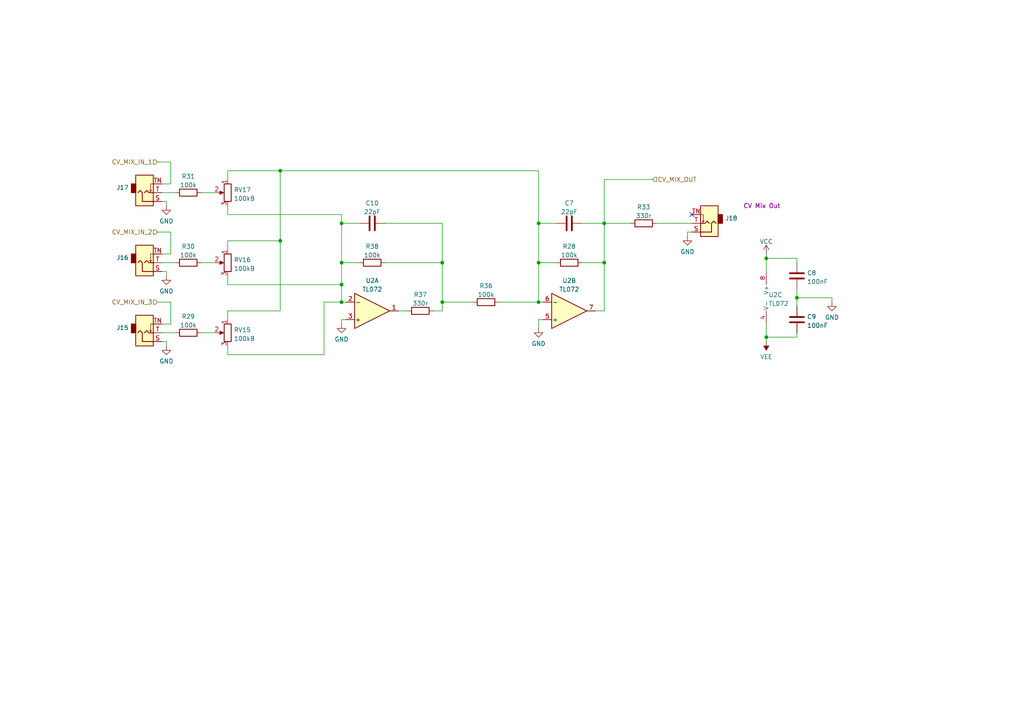
<source format=kicad_sch>
(kicad_sch (version 20211123) (generator eeschema)
  (paper "A4")
  (title_block (title "Ouroboros") (date "2023-05-13") (rev "r02") (comment 2 "creativecommons.org/licenses/by/4.0/") (comment 3 "License: CC BY 4.0") (comment 4 "Author: Guy John"))
  (lib_symbols
    (symbol "Amplifier_Operational:TL072" (pin_names (offset 0.127))
      (property "Reference" "U" (at 0 5.08 0))
      (property "Value" "TL072" (at 0 -5.08 0))
      (symbol "TL072_1_1"
        (polyline (pts (xy -5.08 5.08) (xy 5.08 0) (xy -5.08 -5.08) (xy -5.08 5.08)) (stroke (width 0.254)) (fill (type background)))
        (pin output line (at 7.62 0 180) (length 2.54) (name "~") (number "1"))
        (pin input line (at -7.62 -2.54 0) (length 2.54) (name "-") (number "2"))
        (pin input line (at -7.62 2.54 0) (length 2.54) (name "+") (number "3"))
      )
      (symbol "TL072_2_1"
        (polyline (pts (xy -5.08 5.08) (xy 5.08 0) (xy -5.08 -5.08) (xy -5.08 5.08)) (stroke (width 0.254)) (fill (type background)))
        (pin input line (at -7.62 2.54 0) (length 2.54) (name "+") (number "5"))
        (pin input line (at -7.62 -2.54 0) (length 2.54) (name "-") (number "6"))
        (pin output line (at 7.62 0 180) (length 2.54) (name "~") (number "7"))
      )
      (symbol "TL072_3_1"
        (pin power_in line (at -2.54 -7.62 90) (length 3.81) (name "V-") (number "4"))
        (pin power_in line (at -2.54 7.62 270) (length 3.81) (name "V+") (number "8"))
      )
    )
    (symbol "Device:R_Potentiometer" (pin_names (offset 1.016) hide)
      (property "Reference" "RV" (at -4.445 0 90))
      (property "Value" "R_Potentiometer" (at -2.54 0 90))
      (symbol "R_Potentiometer_0_1"
        (polyline (pts (xy 2.54 0) (xy 1.524 0)))
        (polyline (pts (xy 1.143 0) (xy 2.286 0.508) (xy 2.286 -0.508) (xy 1.143 0)) (fill (type outline)))
        (rectangle (start 1.016 2.54) (end -1.016 -2.54) (stroke (width 0.254)))
      )
      (symbol "R_Potentiometer_1_1"
        (pin passive line (at 0 3.81 270) (length 1.27) (name "1") (number "1"))
        (pin passive line (at 3.81 0 180) (length 1.27) (name "2") (number "2"))
        (pin passive line (at 0 -3.81 90) (length 1.27) (name "3") (number "3"))
      )
    )
    (symbol "Eurorack_Hardware:Eurorack Mono Jack" (pin_names hide)
      (property "Reference" "J" (at 3.302 -4.064 0))
      (property "Value" "Eurorack Mono Jack" (at 0 5.08 0))
      (symbol "Eurorack Mono Jack_0_1"
        (rectangle (start -2.54 -5.08) (end 2.54 3.81) (stroke (width 0.254)) (fill (type background)))
        (polyline (pts (xy -1.778 -1.016) (xy -2.032 -0.508)))
        (polyline (pts (xy -2.54 1.27) (xy -1.778 1.27) (xy -1.778 -1.016) (xy -1.524 -0.508)))
        (polyline (pts (xy 0 -1.27) (xy -0.635 -0.635) (xy -1.27 -1.27) (xy -2.54 -1.27)) (stroke (width 0.254)))
        (polyline (pts (xy -2.54 -3.81) (xy 0.635 -3.81) (xy 0.635 -1.27) (xy 1.27 -0.635) (xy 1.905 -1.27)) (stroke (width 0.254)))
        (rectangle (start 2.54 -1.27) (end 3.81 1.27) (stroke (width 0.254)) (fill (type outline)))
      )
      (symbol "Eurorack Mono Jack_1_1"
        (pin passive line (at -5.08 -3.81 0) (length 2.54) (name "Sleeve") (number "S"))
        (pin passive line (at -5.08 -1.27 0) (length 2.54) (name "Tip") (number "T"))
        (pin passive line (at -5.08 1.27 0) (length 2.54) (name "Tip_normalize") (number "TN"))
      )
    )
    (symbol "power:GND" (power) (pin_names (offset 0))
      (property "Value" "GND" (at 0 -3.81 0))
      (symbol "GND_0_1"
        (polyline (pts (xy 0 0) (xy 0 -1.27) (xy 1.27 -1.27) (xy 0 -2.54) (xy -1.27 -1.27) (xy 0 -1.27)))
      )
      (symbol "GND_1_1"
        (pin power_in line (at 0 0 270) (length 0) hide (name "GND") (number "1"))
      )
    )
    (symbol "power:VCC" (power) (pin_names (offset 0))
      (property "Value" "VCC" (at 0 3.81 0))
      (symbol "VCC_0_1"
        (polyline (pts (xy -0.762 1.27) (xy 0 2.54)))
        (polyline (pts (xy 0 0) (xy 0 2.54)))
        (polyline (pts (xy 0 2.54) (xy 0.762 1.27)))
      )
      (symbol "VCC_1_1"
        (pin power_in line (at 0 0 90) (length 0) hide (name "VCC") (number "1"))
      )
    )
    (symbol "power:VEE" (power) (pin_names (offset 0))
      (property "Value" "VEE" (at 0 3.81 0))
      (symbol "VEE_0_1"
        (polyline (pts (xy 0 0) (xy 0 2.54)))
        (polyline (pts (xy 0.762 1.27) (xy -0.762 1.27) (xy 0 2.54) (xy 0.762 1.27)) (fill (type outline)))
      )
      (symbol "VEE_1_1"
        (pin power_in line (at 0 0 90) (length 0) hide (name "VEE") (number "1"))
      )
    )
    (symbol "rumblesan-standard-parts:C" (pin_numbers hide) (pin_names (offset 0.254))
      (property "Reference" "C12" (at -3.175 0 90))
      (property "Value" "C" (at 1.905 1.905 90))
      (symbol "C_0_1"
        (polyline (pts (xy -2.032 -0.762) (xy 2.032 -0.762)) (stroke (width 0.508)))
        (polyline (pts (xy -2.032 0.762) (xy 2.032 0.762)) (stroke (width 0.508)))
      )
      (symbol "C_1_1"
        (pin passive line (at 0 3.81 270) (length 2.794) (name "~") (number "1"))
        (pin passive line (at 0 -3.81 90) (length 2.794) (name "~") (number "2"))
      )
    )
    (symbol "rumblesan-standard-parts:R" (pin_numbers hide) (pin_names (offset 0))
      (property "Reference" "R?" (at 0 0 90))
      (property "Value" "R" (at 0.635 1.905 90))
      (symbol "R_0_1"
        (rectangle (start 1.016 2.54) (end -1.016 -2.54) (stroke (width 0.254)))
      )
      (symbol "R_1_1"
        (pin passive line (at 0 -3.81 90) (length 1.27) (name "~") (number "1"))
        (pin passive line (at 0 3.81 270) (length 1.27) (name "~") (number "2"))
      )
    )
  )
  (junction (at 99.06 82.55))
  (junction (at 231.14 86.36))
  (junction (at 81.28 49.53))
  (junction (at 99.06 76.2))
  (junction (at 156.21 87.63))
  (junction (at 156.21 76.2))
  (junction (at 156.21 64.77))
  (junction (at 81.28 69.85))
  (junction (at 175.26 64.77))
  (junction (at 222.25 74.93))
  (junction (at 128.27 87.63))
  (junction (at 222.25 97.79))
  (junction (at 99.06 87.63))
  (junction (at 99.06 64.77))
  (junction (at 175.26 76.2))
  (junction (at 128.27 76.2))
  (no_connect (at 200.66 62.23))
  (wire (pts (xy 99.06 82.55) (xy 99.06 87.63)))
  (wire (pts (xy 175.26 64.77) (xy 168.91 64.77)))
  (wire (pts (xy 100.33 92.71) (xy 99.06 92.71)))
  (wire (pts (xy 49.53 53.34) (xy 46.99 53.34)))
  (wire (pts (xy 66.04 100.33) (xy 66.04 102.87)))
  (wire (pts (xy 128.27 64.77) (xy 128.27 76.2)))
  (wire (pts (xy 128.27 76.2) (xy 128.27 87.63)))
  (wire (pts (xy 190.5 64.77) (xy 200.66 64.77)))
  (wire (pts (xy 99.06 76.2) (xy 104.14 76.2)))
  (wire (pts (xy 156.21 92.71) (xy 156.21 95.25)))
  (wire (pts (xy 156.21 49.53) (xy 156.21 64.77)))
  (wire (pts (xy 231.14 86.36) (xy 231.14 88.9)))
  (wire (pts (xy 66.04 49.53) (xy 81.28 49.53)))
  (wire (pts (xy 46.99 99.06) (xy 48.26 99.06)))
  (wire (pts (xy 58.42 96.52) (xy 62.23 96.52)))
  (wire (pts (xy 241.3 86.36) (xy 231.14 86.36)))
  (wire (pts (xy 156.21 76.2) (xy 156.21 87.63)))
  (wire (pts (xy 66.04 80.01) (xy 66.04 82.55)))
  (wire (pts (xy 81.28 69.85) (xy 81.28 49.53)))
  (wire (pts (xy 175.26 76.2) (xy 175.26 64.77)))
  (wire (pts (xy 49.53 93.98) (xy 46.99 93.98)))
  (wire (pts (xy 66.04 102.87) (xy 93.98 102.87)))
  (wire (pts (xy 66.04 90.17) (xy 81.28 90.17)))
  (wire (pts (xy 222.25 73.66) (xy 222.25 74.93)))
  (wire (pts (xy 128.27 87.63) (xy 137.16 87.63)))
  (wire (pts (xy 66.04 69.85) (xy 66.04 72.39)))
  (wire (pts (xy 66.04 69.85) (xy 81.28 69.85)))
  (wire (pts (xy 231.14 83.82) (xy 231.14 86.36)))
  (wire (pts (xy 168.91 76.2) (xy 175.26 76.2)))
  (wire (pts (xy 49.53 87.63) (xy 49.53 93.98)))
  (wire (pts (xy 144.78 87.63) (xy 156.21 87.63)))
  (wire (pts (xy 128.27 87.63) (xy 128.27 90.17)))
  (wire (pts (xy 157.48 92.71) (xy 156.21 92.71)))
  (wire (pts (xy 172.72 90.17) (xy 175.26 90.17)))
  (wire (pts (xy 175.26 90.17) (xy 175.26 76.2)))
  (wire (pts (xy 81.28 49.53) (xy 156.21 49.53)))
  (wire (pts (xy 231.14 76.2) (xy 231.14 74.93)))
  (wire (pts (xy 231.14 96.52) (xy 231.14 97.79)))
  (wire (pts (xy 175.26 64.77) (xy 182.88 64.77)))
  (wire (pts (xy 58.42 76.2) (xy 62.23 76.2)))
  (wire (pts (xy 241.3 87.63) (xy 241.3 86.36)))
  (wire (pts (xy 46.99 96.52) (xy 50.8 96.52)))
  (wire (pts (xy 49.53 87.63) (xy 45.72 87.63)))
  (wire (pts (xy 115.57 90.17) (xy 118.11 90.17)))
  (wire (pts (xy 46.99 55.88) (xy 50.8 55.88)))
  (wire (pts (xy 58.42 55.88) (xy 62.23 55.88)))
  (wire (pts (xy 49.53 46.99) (xy 45.72 46.99)))
  (wire (pts (xy 66.04 82.55) (xy 99.06 82.55)))
  (wire (pts (xy 200.66 67.31) (xy 199.39 67.31)))
  (wire (pts (xy 111.76 64.77) (xy 128.27 64.77)))
  (wire (pts (xy 49.53 73.66) (xy 46.99 73.66)))
  (wire (pts (xy 100.33 87.63) (xy 99.06 87.63)))
  (wire (pts (xy 189.23 52.07) (xy 175.26 52.07)))
  (wire (pts (xy 161.29 64.77) (xy 156.21 64.77)))
  (wire (pts (xy 231.14 74.93) (xy 222.25 74.93)))
  (wire (pts (xy 128.27 76.2) (xy 111.76 76.2)))
  (wire (pts (xy 161.29 76.2) (xy 156.21 76.2)))
  (wire (pts (xy 81.28 90.17) (xy 81.28 69.85)))
  (wire (pts (xy 48.26 58.42) (xy 48.26 59.69)))
  (wire (pts (xy 66.04 59.69) (xy 66.04 62.23)))
  (wire (pts (xy 175.26 52.07) (xy 175.26 64.77)))
  (wire (pts (xy 156.21 87.63) (xy 157.48 87.63)))
  (wire (pts (xy 104.14 64.77) (xy 99.06 64.77)))
  (wire (pts (xy 66.04 52.07) (xy 66.04 49.53)))
  (wire (pts (xy 46.99 58.42) (xy 48.26 58.42)))
  (wire (pts (xy 222.25 97.79) (xy 222.25 99.06)))
  (wire (pts (xy 49.53 46.99) (xy 49.53 53.34)))
  (wire (pts (xy 99.06 92.71) (xy 99.06 93.98)))
  (wire (pts (xy 199.39 67.31) (xy 199.39 68.58)))
  (wire (pts (xy 99.06 76.2) (xy 99.06 82.55)))
  (wire (pts (xy 46.99 76.2) (xy 50.8 76.2)))
  (wire (pts (xy 66.04 90.17) (xy 66.04 92.71)))
  (wire (pts (xy 99.06 64.77) (xy 99.06 76.2)))
  (wire (pts (xy 66.04 62.23) (xy 99.06 62.23)))
  (wire (pts (xy 49.53 67.31) (xy 49.53 73.66)))
  (wire (pts (xy 231.14 97.79) (xy 222.25 97.79)))
  (wire (pts (xy 222.25 74.93) (xy 222.25 78.74)))
  (wire (pts (xy 93.98 87.63) (xy 99.06 87.63)))
  (wire (pts (xy 156.21 64.77) (xy 156.21 76.2)))
  (wire (pts (xy 93.98 102.87) (xy 93.98 87.63)))
  (wire (pts (xy 125.73 90.17) (xy 128.27 90.17)))
  (wire (pts (xy 48.26 78.74) (xy 48.26 80.01)))
  (wire (pts (xy 99.06 62.23) (xy 99.06 64.77)))
  (wire (pts (xy 46.99 78.74) (xy 48.26 78.74)))
  (wire (pts (xy 49.53 67.31) (xy 45.72 67.31)))
  (wire (pts (xy 222.25 93.98) (xy 222.25 97.79)))
  (wire (pts (xy 48.26 99.06) (xy 48.26 100.33)))
  (hierarchical_label "CV_MIX_IN_2" (shape input) (at 45.72 67.31 180))
  (hierarchical_label "CV_MIX_IN_1" (shape input) (at 45.72 46.99 180))
  (hierarchical_label "CV_MIX_OUT" (shape input) (at 189.23 52.07 0))
  (hierarchical_label "CV_MIX_IN_3" (shape input) (at 45.72 87.63 180))
  (symbol (lib_id "Eurorack_Hardware:Eurorack Mono Jack") (at 41.91 54.61 0) (mirror y) (unit 1)
    (property "Reference" "J17" (at 37.338 54.4103 0) (effects (justify left)))
    (property "Value" "Eurorack Mono Jack" (effects hide))
    (property "Footprint" "rumblesan-standard-parts:Jack_3.5mm_QingPu_WQP-PJ398SM_Vertical" (effects hide))
    (property "Datasheet" "http://www.qingpu-electronics.com/en/products/WQP-PJ398SM-362.html" (effects hide))
    (property "mpn" "WQP-WQP518MA" (effects hide))
    (property "Name" "CV Mix 3" (effects hide))
  )
  (symbol (lib_id "power:GND") (at 199.39 68.58 0) (unit 1)
    (property "Reference" "#PWR032" (effects hide))
    (property "Value" "GND" (at 199.39 73.0234 0))
  )
  (symbol (lib_id "rumblesan-standard-parts:R") (at 54.61 76.2 90) (unit 1)
    (property "Reference" "R30" (at 54.61 71.4842 90))
    (property "Value" "100k" (at 54.61 74.0211 90))
    (property "Footprint" "rumblesan-standard-parts:R_Axial_DIN0207_L6.3mm_D2.5mm_P10.16mm_Horizontal" (effects hide))
    (property "Tolerance" "1%" (effects hide))
    (property "Power" "0.5W" (effects hide))
    (property "Spec" "metal film" (effects hide))
  )
  (symbol (lib_id "power:GND") (at 99.06 93.98 0) (unit 1)
    (property "Reference" "#PWR030" (effects hide))
    (property "Value" "GND" (at 99.06 98.4234 0))
  )
  (symbol (lib_id "Device:R_Potentiometer") (at 66.04 55.88 0) (mirror y) (unit 1)
    (property "Reference" "RV17" (at 67.818 55.0453 0) (effects (justify right)))
    (property "Value" "100kB" (at 67.818 57.5822 0) (effects (justify right)))
    (property "Footprint" "rumblesan-standard-parts:Potentiometer_Alpha_RD901F-40-00D_Single_Vertical" (effects hide))
    (property "Name" "CV Mix Level 3" (effects hide))
  )
  (symbol (lib_id "Eurorack_Hardware:Eurorack Mono Jack") (at 205.74 63.5 0) (unit 1)
    (property "Reference" "J18" (at 210.312 63.3003 0) (effects (justify left)))
    (property "Value" "Eurorack Mono Jack" (effects hide))
    (property "Footprint" "rumblesan-standard-parts:Jack_3.5mm_QingPu_WQP-PJ398SM_Vertical" (effects hide))
    (property "Datasheet" "http://www.qingpu-electronics.com/en/products/WQP-PJ398SM-362.html" (effects hide))
    (property "mpn" "WQP-WQP518MA" (effects hide))
    (property "Name" "CV Mix Out" (at 220.98 59.69 0))
  )
  (symbol (lib_id "power:GND") (at 156.21 95.25 0) (unit 1)
    (property "Reference" "#PWR031" (effects hide))
    (property "Value" "GND" (at 156.21 99.6934 0))
  )
  (symbol (lib_id "rumblesan-standard-parts:R") (at 54.61 96.52 90) (unit 1)
    (property "Reference" "R29" (at 54.61 91.8042 90))
    (property "Value" "100k" (at 54.61 94.3411 90))
    (property "Footprint" "rumblesan-standard-parts:R_Axial_DIN0207_L6.3mm_D2.5mm_P10.16mm_Horizontal" (effects hide))
    (property "Tolerance" "1%" (effects hide))
    (property "Power" "0.5W" (effects hide))
    (property "Spec" "metal film" (effects hide))
  )
  (symbol (lib_id "rumblesan-standard-parts:C") (at 165.1 64.77 90) (unit 1)
    (property "Reference" "C7" (at 165.1 58.9112 90))
    (property "Value" "22pF" (at 165.1 61.4481 90))
    (property "Footprint" "rumblesan-standard-parts:C_Rect_L7.0mm_W2.5mm_P5.00mm" (effects hide))
    (property "Spec" "ceramic C0G" (effects hide))
    (property "Tolerance" "5%" (effects hide))
  )
  (symbol (lib_id "rumblesan-standard-parts:C") (at 231.14 92.71 0) (unit 1)
    (property "Reference" "C9" (at 234.061 91.8753 0) (effects (justify left)))
    (property "Value" "100nF" (at 234.061 94.4122 0) (effects (justify left)))
    (property "Footprint" "rumblesan-standard-parts:C_Rect_L7.0mm_W2.5mm_P5.00mm" (effects hide))
    (property "Spec" "ceramic X7R" (effects hide))
    (property "Tolerance" "5%" (effects hide))
  )
  (symbol (lib_id "power:VCC") (at 222.25 73.66 0) (unit 1)
    (property "Reference" "#PWR035" (effects hide))
    (property "Value" "VCC" (at 222.25 70.0842 0))
  )
  (symbol (lib_id "power:GND") (at 48.26 80.01 0) (mirror y) (unit 1)
    (property "Reference" "#PWR018" (effects hide))
    (property "Value" "GND" (at 48.26 84.4534 0))
  )
  (symbol (lib_id "power:GND") (at 48.26 59.69 0) (mirror y) (unit 1)
    (property "Reference" "#PWR017" (effects hide))
    (property "Value" "GND" (at 48.26 64.1334 0))
  )
  (symbol (lib_id "rumblesan-standard-parts:R") (at 54.61 55.88 90) (unit 1)
    (property "Reference" "R31" (at 54.61 51.1642 90))
    (property "Value" "100k" (at 54.61 53.7011 90))
    (property "Footprint" "rumblesan-standard-parts:R_Axial_DIN0207_L6.3mm_D2.5mm_P10.16mm_Horizontal" (effects hide))
    (property "Tolerance" "1%" (effects hide))
    (property "Power" "0.5W" (effects hide))
    (property "Spec" "metal film" (effects hide))
  )
  (symbol (lib_id "rumblesan-standard-parts:R") (at 165.1 76.2 90) (unit 1)
    (property "Reference" "R28" (at 165.1 71.4842 90))
    (property "Value" "100k" (at 165.1 74.0211 90))
    (property "Footprint" "rumblesan-standard-parts:R_Axial_DIN0207_L6.3mm_D2.5mm_P10.16mm_Horizontal" (effects hide))
    (property "Tolerance" "1%" (effects hide))
    (property "Power" "0.5W" (effects hide))
    (property "Spec" "metal film" (effects hide))
  )
  (symbol (lib_id "rumblesan-standard-parts:R") (at 121.92 90.17 90) (unit 1)
    (property "Reference" "R37" (at 121.92 85.4542 90))
    (property "Value" "330r" (at 121.92 87.9911 90))
    (property "Footprint" "rumblesan-standard-parts:R_Axial_DIN0207_L6.3mm_D2.5mm_P10.16mm_Horizontal" (effects hide))
    (property "Tolerance" "1%" (effects hide))
    (property "Power" "0.5W" (effects hide))
    (property "Spec" "metal film" (effects hide))
  )
  (symbol (lib_id "rumblesan-standard-parts:R") (at 186.69 64.77 90) (unit 1)
    (property "Reference" "R33" (at 186.69 60.0542 90))
    (property "Value" "330r" (at 186.69 62.5911 90))
    (property "Footprint" "rumblesan-standard-parts:R_Axial_DIN0207_L6.3mm_D2.5mm_P10.16mm_Horizontal" (effects hide))
    (property "Tolerance" "1%" (effects hide))
    (property "Power" "0.5W" (effects hide))
    (property "Spec" "metal film" (effects hide))
  )
  (symbol (lib_id "Amplifier_Operational:TL072") (at 224.79 86.36 0) (unit 3)
    (property "Reference" "U2" (at 222.885 85.5253 0) (effects (justify left)))
    (property "Value" "TL072" (at 222.885 88.0622 0) (effects (justify left)))
    (property "Footprint" "rumblesan-standard-parts:DIP-8_W7.62mm_Socket" (effects hide))
    (property "Datasheet" "http://www.ti.com/lit/ds/symlink/tl071.pdf" (effects hide))
  )
  (symbol (lib_id "power:VEE") (at 222.25 99.06 180) (unit 1)
    (property "Reference" "#PWR036" (effects hide))
    (property "Value" "VEE" (at 222.25 103.5034 0))
  )
  (symbol (lib_id "Eurorack_Hardware:Eurorack Mono Jack") (at 41.91 95.25 0) (mirror y) (unit 1)
    (property "Reference" "J15" (at 37.338 95.0503 0) (effects (justify left)))
    (property "Value" "Eurorack Mono Jack" (effects hide))
    (property "Footprint" "rumblesan-standard-parts:Jack_3.5mm_QingPu_WQP-PJ398SM_Vertical" (effects hide))
    (property "Datasheet" "http://www.qingpu-electronics.com/en/products/WQP-PJ398SM-362.html" (effects hide))
    (property "mpn" "WQP-WQP518MA" (effects hide))
    (property "Name" "Delay Wet Mix In" (effects hide))
  )
  (symbol (lib_id "power:GND") (at 241.3 87.63 0) (unit 1)
    (property "Reference" "#PWR037" (effects hide))
    (property "Value" "GND" (at 241.3 92.0734 0))
  )
  (symbol (lib_id "Amplifier_Operational:TL072") (at 165.1 90.17 0) (mirror x) (unit 2)
    (property "Reference" "U2" (at 165.1 81.3902 0))
    (property "Value" "TL072" (at 165.1 83.9271 0))
    (property "Footprint" "rumblesan-standard-parts:DIP-8_W7.62mm_Socket" (effects hide))
    (property "Datasheet" "http://www.ti.com/lit/ds/symlink/tl071.pdf" (effects hide))
  )
  (symbol (lib_id "Amplifier_Operational:TL072") (at 107.95 90.17 0) (mirror x) (unit 1)
    (property "Reference" "U2" (at 107.95 81.3902 0))
    (property "Value" "TL072" (at 107.95 83.9271 0))
    (property "Footprint" "rumblesan-standard-parts:DIP-8_W7.62mm_Socket" (effects hide))
    (property "Datasheet" "http://www.ti.com/lit/ds/symlink/tl071.pdf" (effects hide))
  )
  (symbol (lib_id "rumblesan-standard-parts:R") (at 107.95 76.2 90) (unit 1)
    (property "Reference" "R38" (at 107.95 71.4842 90))
    (property "Value" "100k" (at 107.95 74.0211 90))
    (property "Footprint" "rumblesan-standard-parts:R_Axial_DIN0207_L6.3mm_D2.5mm_P10.16mm_Horizontal" (effects hide))
    (property "Tolerance" "1%" (effects hide))
    (property "Power" "0.5W" (effects hide))
    (property "Spec" "metal film" (effects hide))
  )
  (symbol (lib_id "Eurorack_Hardware:Eurorack Mono Jack") (at 41.91 74.93 0) (mirror y) (unit 1)
    (property "Reference" "J16" (at 37.338 74.7303 0) (effects (justify left)))
    (property "Value" "Eurorack Mono Jack" (effects hide))
    (property "Footprint" "rumblesan-standard-parts:Jack_3.5mm_QingPu_WQP-PJ398SM_Vertical" (effects hide))
    (property "Datasheet" "http://www.qingpu-electronics.com/en/products/WQP-PJ398SM-362.html" (effects hide))
    (property "mpn" "WQP-WQP518MA" (effects hide))
    (property "Name" "Delay Clock Mix In" (effects hide))
  )
  (symbol (lib_id "rumblesan-standard-parts:R") (at 140.97 87.63 90) (unit 1)
    (property "Reference" "R36" (at 140.97 82.9142 90))
    (property "Value" "100k" (at 140.97 85.4511 90))
    (property "Footprint" "rumblesan-standard-parts:R_Axial_DIN0207_L6.3mm_D2.5mm_P10.16mm_Horizontal" (effects hide))
    (property "Tolerance" "1%" (effects hide))
    (property "Power" "0.5W" (effects hide))
    (property "Spec" "metal film" (effects hide))
  )
  (symbol (lib_id "Device:R_Potentiometer") (at 66.04 76.2 0) (mirror y) (unit 1)
    (property "Reference" "RV16" (at 67.818 75.3653 0) (effects (justify right)))
    (property "Value" "100kB" (at 67.818 77.9022 0) (effects (justify right)))
    (property "Footprint" "rumblesan-standard-parts:Potentiometer_Alpha_RD901F-40-00D_Single_Vertical" (effects hide))
    (property "Name" "Delay Clock Stability Feedback Level" (effects hide))
  )
  (symbol (lib_id "rumblesan-standard-parts:C") (at 107.95 64.77 90) (unit 1)
    (property "Reference" "C10" (at 107.95 58.9112 90))
    (property "Value" "22pF" (at 107.95 61.4481 90))
    (property "Footprint" "rumblesan-standard-parts:C_Rect_L7.0mm_W2.5mm_P5.00mm" (effects hide))
    (property "Spec" "ceramic C0G" (effects hide))
    (property "Tolerance" "5%" (effects hide))
  )
  (symbol (lib_id "Device:R_Potentiometer") (at 66.04 96.52 0) (mirror y) (unit 1)
    (property "Reference" "RV15" (at 67.818 95.6853 0) (effects (justify right)))
    (property "Value" "100kB" (at 67.818 98.2222 0) (effects (justify right)))
    (property "Footprint" "rumblesan-standard-parts:Potentiometer_Alpha_RD901F-40-00D_Single_Vertical" (effects hide))
    (property "Name" "Delay Wet Stability Feedback Level" (effects hide))
  )
  (symbol (lib_id "power:GND") (at 48.26 100.33 0) (mirror y) (unit 1)
    (property "Reference" "#PWR019" (effects hide))
    (property "Value" "GND" (at 48.26 104.7734 0))
  )
  (symbol (lib_id "rumblesan-standard-parts:C") (at 231.14 80.01 0) (unit 1)
    (property "Reference" "C8" (at 234.061 79.1753 0) (effects (justify left)))
    (property "Value" "100nF" (at 234.061 81.7122 0) (effects (justify left)))
    (property "Footprint" "rumblesan-standard-parts:C_Rect_L7.0mm_W2.5mm_P5.00mm" (effects hide))
    (property "Spec" "ceramic X7R" (effects hide))
    (property "Tolerance" "5%" (effects hide))
  )
)
</source>
